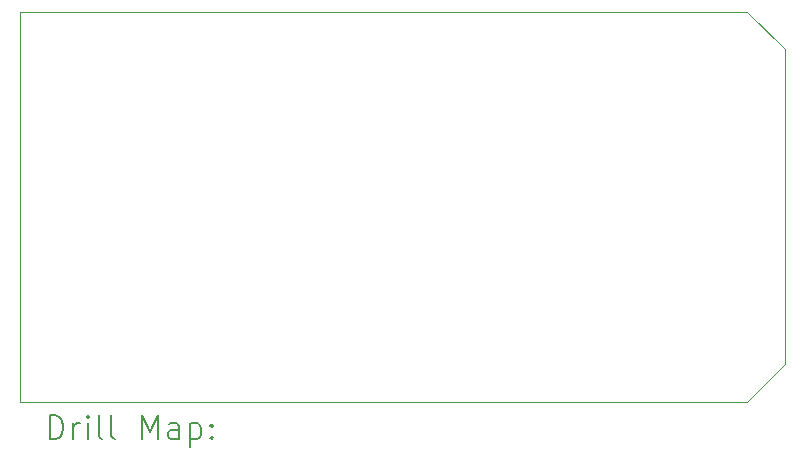
<source format=gbr>
%FSLAX45Y45*%
G04 Gerber Fmt 4.5, Leading zero omitted, Abs format (unit mm)*
G04 Created by KiCad (PCBNEW 6.0.1-79c1e3a40b~116~ubuntu21.04.1) date 2022-02-15 17:07:17*
%MOMM*%
%LPD*%
G01*
G04 APERTURE LIST*
%TA.AperFunction,Profile*%
%ADD10C,0.100000*%
%TD*%
%ADD11C,0.200000*%
G04 APERTURE END LIST*
D10*
X13271500Y-10985500D02*
X12954000Y-11303000D01*
X6794500Y-8001000D02*
X6794500Y-11303000D01*
X13271500Y-8318500D02*
X13271500Y-10985500D01*
X6794500Y-8001000D02*
X12954000Y-8001000D01*
X12954000Y-8001000D02*
X13271500Y-8318500D01*
X6794500Y-11303000D02*
X12954000Y-11303000D01*
D11*
X7047119Y-11618476D02*
X7047119Y-11418476D01*
X7094738Y-11418476D01*
X7123309Y-11428000D01*
X7142357Y-11447048D01*
X7151881Y-11466095D01*
X7161405Y-11504190D01*
X7161405Y-11532762D01*
X7151881Y-11570857D01*
X7142357Y-11589905D01*
X7123309Y-11608952D01*
X7094738Y-11618476D01*
X7047119Y-11618476D01*
X7247119Y-11618476D02*
X7247119Y-11485143D01*
X7247119Y-11523238D02*
X7256643Y-11504190D01*
X7266167Y-11494667D01*
X7285214Y-11485143D01*
X7304262Y-11485143D01*
X7370928Y-11618476D02*
X7370928Y-11485143D01*
X7370928Y-11418476D02*
X7361405Y-11428000D01*
X7370928Y-11437524D01*
X7380452Y-11428000D01*
X7370928Y-11418476D01*
X7370928Y-11437524D01*
X7494738Y-11618476D02*
X7475690Y-11608952D01*
X7466167Y-11589905D01*
X7466167Y-11418476D01*
X7599500Y-11618476D02*
X7580452Y-11608952D01*
X7570928Y-11589905D01*
X7570928Y-11418476D01*
X7828071Y-11618476D02*
X7828071Y-11418476D01*
X7894738Y-11561333D01*
X7961405Y-11418476D01*
X7961405Y-11618476D01*
X8142357Y-11618476D02*
X8142357Y-11513714D01*
X8132833Y-11494667D01*
X8113786Y-11485143D01*
X8075690Y-11485143D01*
X8056643Y-11494667D01*
X8142357Y-11608952D02*
X8123309Y-11618476D01*
X8075690Y-11618476D01*
X8056643Y-11608952D01*
X8047119Y-11589905D01*
X8047119Y-11570857D01*
X8056643Y-11551809D01*
X8075690Y-11542286D01*
X8123309Y-11542286D01*
X8142357Y-11532762D01*
X8237595Y-11485143D02*
X8237595Y-11685143D01*
X8237595Y-11494667D02*
X8256643Y-11485143D01*
X8294738Y-11485143D01*
X8313786Y-11494667D01*
X8323309Y-11504190D01*
X8332833Y-11523238D01*
X8332833Y-11580381D01*
X8323309Y-11599428D01*
X8313786Y-11608952D01*
X8294738Y-11618476D01*
X8256643Y-11618476D01*
X8237595Y-11608952D01*
X8418548Y-11599428D02*
X8428071Y-11608952D01*
X8418548Y-11618476D01*
X8409024Y-11608952D01*
X8418548Y-11599428D01*
X8418548Y-11618476D01*
X8418548Y-11494667D02*
X8428071Y-11504190D01*
X8418548Y-11513714D01*
X8409024Y-11504190D01*
X8418548Y-11494667D01*
X8418548Y-11513714D01*
M02*

</source>
